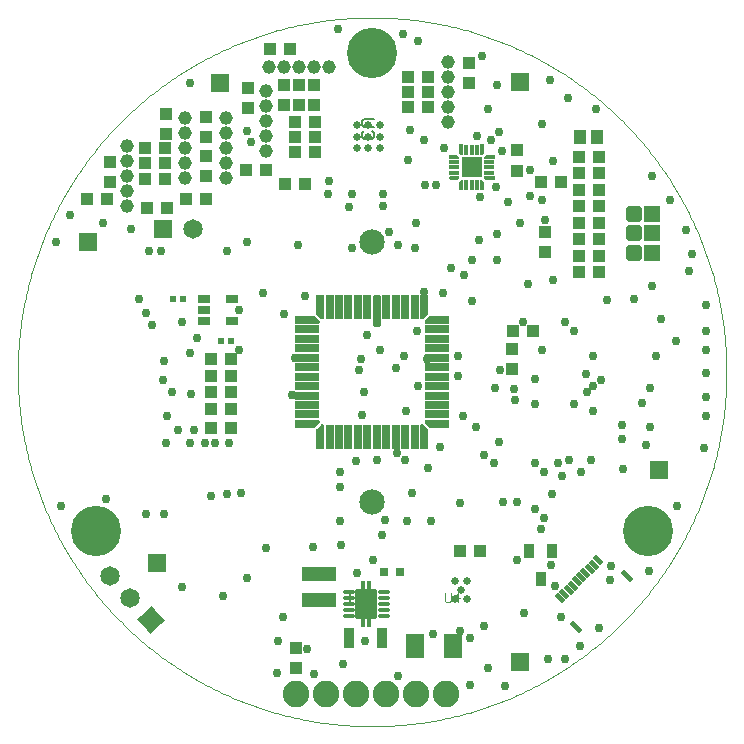
<source format=gbs>
G04*
G04 #@! TF.GenerationSoftware,Altium Limited,Altium Designer,22.4.2 (48)*
G04*
G04 Layer_Color=16711935*
%FSLAX25Y25*%
%MOIN*%
G70*
G04*
G04 #@! TF.SameCoordinates,A5219701-5F61-4D45-AD81-8ED9BC4A77AE*
G04*
G04*
G04 #@! TF.FilePolarity,Negative*
G04*
G01*
G75*
%ADD14C,0.00787*%
%ADD17C,0.00004*%
%ADD18C,0.00700*%
%ADD19C,0.00400*%
%ADD42R,0.03740X0.06693*%
%ADD53R,0.11221X0.04528*%
G04:AMPARAMS|DCode=55|XSize=16.54mil|YSize=38.98mil|CornerRadius=4.74mil|HoleSize=0mil|Usage=FLASHONLY|Rotation=90.000|XOffset=0mil|YOffset=0mil|HoleType=Round|Shape=RoundedRectangle|*
%AMROUNDEDRECTD55*
21,1,0.01654,0.02950,0,0,90.0*
21,1,0.00706,0.03898,0,0,90.0*
1,1,0.00948,0.01475,0.00353*
1,1,0.00948,0.01475,-0.00353*
1,1,0.00948,-0.01475,-0.00353*
1,1,0.00948,-0.01475,0.00353*
%
%ADD55ROUNDEDRECTD55*%
G04:AMPARAMS|DCode=56|XSize=70.47mil|YSize=100mil|CornerRadius=4.71mil|HoleSize=0mil|Usage=FLASHONLY|Rotation=0.000|XOffset=0mil|YOffset=0mil|HoleType=Round|Shape=RoundedRectangle|*
%AMROUNDEDRECTD56*
21,1,0.07047,0.09059,0,0,0.0*
21,1,0.06106,0.10000,0,0,0.0*
1,1,0.00941,0.03053,-0.04530*
1,1,0.00941,-0.03053,-0.04530*
1,1,0.00941,-0.03053,0.04530*
1,1,0.00941,0.03053,0.04530*
%
%ADD56ROUNDEDRECTD56*%
%ADD58R,0.04134X0.04134*%
%ADD62R,0.05906X0.08071*%
%ADD63R,0.04331X0.04724*%
%ADD66R,0.04134X0.04134*%
%ADD68R,0.06496X0.06496*%
%ADD69C,0.08858*%
G04:AMPARAMS|DCode=70|XSize=55.12mil|YSize=55.12mil|CornerRadius=15.26mil|HoleSize=0mil|Usage=FLASHONLY|Rotation=180.000|XOffset=0mil|YOffset=0mil|HoleType=Round|Shape=RoundedRectangle|*
%AMROUNDEDRECTD70*
21,1,0.05512,0.02461,0,0,180.0*
21,1,0.02461,0.05512,0,0,180.0*
1,1,0.03051,-0.01230,0.01230*
1,1,0.03051,0.01230,0.01230*
1,1,0.03051,0.01230,-0.01230*
1,1,0.03051,-0.01230,-0.01230*
%
%ADD70ROUNDEDRECTD70*%
%ADD71R,0.05512X0.05512*%
%ADD72C,0.04600*%
%ADD73R,0.06496X0.06496*%
%ADD74C,0.06496*%
%ADD75P,0.09187X4X178.0*%
%ADD76C,0.16732*%
%ADD77C,0.08465*%
%ADD78C,0.02953*%
%ADD79C,0.02559*%
%ADD105R,0.02423X0.02254*%
%ADD112R,0.02559X0.02756*%
G04:AMPARAMS|DCode=125|XSize=17.72mil|YSize=33.47mil|CornerRadius=0mil|HoleSize=0mil|Usage=FLASHONLY|Rotation=225.000|XOffset=0mil|YOffset=0mil|HoleType=Round|Shape=Rectangle|*
%AMROTATEDRECTD125*
4,1,4,-0.00557,0.01810,0.01810,-0.00557,0.00557,-0.01810,-0.01810,0.00557,-0.00557,0.01810,0.0*
%
%ADD125ROTATEDRECTD125*%

G04:AMPARAMS|DCode=126|XSize=17.72mil|YSize=45.28mil|CornerRadius=0mil|HoleSize=0mil|Usage=FLASHONLY|Rotation=225.000|XOffset=0mil|YOffset=0mil|HoleType=Round|Shape=Rectangle|*
%AMROTATEDRECTD126*
4,1,4,-0.00974,0.02227,0.02227,-0.00974,0.00974,-0.02227,-0.02227,0.00974,-0.00974,0.02227,0.0*
%
%ADD126ROTATEDRECTD126*%

%ADD127R,0.03347X0.04528*%
%ADD128R,0.02559X0.08268*%
%ADD129R,0.02559X0.04528*%
G04:AMPARAMS|DCode=130|XSize=25.59mil|YSize=108.27mil|CornerRadius=0mil|HoleSize=0mil|Usage=FLASHONLY|Rotation=180.000|XOffset=0mil|YOffset=0mil|HoleType=Round|Shape=Octagon|*
%AMOCTAGOND130*
4,1,8,0.00640,-0.05413,-0.00640,-0.05413,-0.01280,-0.04774,-0.01280,0.04774,-0.00640,0.05413,0.00640,0.05413,0.01280,0.04774,0.01280,-0.04774,0.00640,-0.05413,0.0*
%
%ADD130OCTAGOND130*%

%ADD131R,0.08268X0.02559*%
%ADD132R,0.04528X0.02559*%
%ADD133R,0.01378X0.01968*%
%ADD134R,0.07087X0.07087*%
%ADD135R,0.01378X0.03543*%
%ADD136R,0.03543X0.01378*%
%ADD137R,0.01968X0.01378*%
G04:AMPARAMS|DCode=138|XSize=13.78mil|YSize=19.68mil|CornerRadius=0mil|HoleSize=0mil|Usage=FLASHONLY|Rotation=90.000|XOffset=0mil|YOffset=0mil|HoleType=Round|Shape=Octagon|*
%AMOCTAGOND138*
4,1,8,-0.00984,-0.00345,-0.00984,0.00345,-0.00640,0.00689,0.00640,0.00689,0.00984,0.00345,0.00984,-0.00345,0.00640,-0.00689,-0.00640,-0.00689,-0.00984,-0.00345,0.0*
%
%ADD138OCTAGOND138*%

%ADD139R,0.04134X0.03150*%
%ADD140R,0.01693X0.03346*%
%ADD141R,0.01693X0.03347*%
G36*
X121480Y120314D02*
X121503Y120312D01*
X121503Y120312D01*
X121504Y120312D01*
X121527Y120307D01*
X121548Y120301D01*
X121549Y120301D01*
X121549Y120301D01*
X121572Y120291D01*
X121591Y120284D01*
X121591Y120283D01*
X121592Y120283D01*
X121613Y120270D01*
X121631Y120259D01*
X121631Y120259D01*
X121631Y120259D01*
X121651Y120243D01*
X121666Y120229D01*
X121666Y120229D01*
X121667Y120229D01*
X121683Y120209D01*
X121696Y120194D01*
X121696Y120194D01*
X121697Y120193D01*
X121709Y120173D01*
X121721Y120154D01*
X121721Y120154D01*
X121721Y120153D01*
X121729Y120133D01*
X121738Y120111D01*
X121739Y120111D01*
X121739Y120110D01*
X121744Y120088D01*
X121749Y120066D01*
X121749Y120066D01*
X121749Y120065D01*
X121751Y120042D01*
X121753Y120020D01*
X121753Y120019D01*
X121753Y120019D01*
X121733Y112342D01*
X121731Y112319D01*
X121730Y112296D01*
X121730Y112296D01*
X121729Y112295D01*
X121724Y112274D01*
X121719Y112251D01*
X121719Y112251D01*
X121719Y112250D01*
X121710Y112231D01*
X121701Y112208D01*
X121701Y112208D01*
X121701Y112207D01*
X121689Y112189D01*
X121677Y112168D01*
X121676Y112168D01*
X121676Y112168D01*
X121662Y112151D01*
X121646Y112133D01*
X121646Y112133D01*
X121646Y112133D01*
X121628Y112118D01*
X121611Y112103D01*
X121611Y112103D01*
X121610Y112102D01*
X121592Y112091D01*
X121572Y112079D01*
X121571Y112078D01*
X121571Y112078D01*
X121551Y112070D01*
X121528Y112061D01*
X121528Y112061D01*
X121528Y112061D01*
X121506Y112055D01*
X121483Y112050D01*
X121483Y112050D01*
X121483Y112050D01*
X121459Y112048D01*
X121437Y112046D01*
X119488D01*
X119442Y112050D01*
X119397Y112061D01*
X119354Y112079D01*
X119314Y112103D01*
X119279Y112133D01*
X119249Y112168D01*
X119224Y112208D01*
X119207Y112251D01*
X119196Y112296D01*
X119192Y112343D01*
Y118642D01*
X119196Y118688D01*
X119207Y118733D01*
X119224Y118776D01*
X119249Y118816D01*
X119279Y118851D01*
X120657Y120229D01*
X120692Y120259D01*
X120732Y120284D01*
X120744Y120289D01*
X120775Y120301D01*
X120820Y120312D01*
X120866Y120316D01*
X121457D01*
X121457Y120316D01*
X121458Y120316D01*
X121480Y120314D01*
D02*
G37*
G36*
X120066Y121749D02*
X120111Y121738D01*
X120154Y121721D01*
X120194Y121696D01*
X120229Y121666D01*
X120259Y121631D01*
X120284Y121591D01*
X120301Y121548D01*
X120312Y121503D01*
X120316Y121457D01*
Y120866D01*
X120312Y120820D01*
X120301Y120775D01*
X120289Y120744D01*
X120284Y120732D01*
X120259Y120692D01*
X120229Y120657D01*
X118851Y119279D01*
X118816Y119249D01*
X118776Y119224D01*
X118733Y119207D01*
X118688Y119196D01*
X118642Y119192D01*
X112343D01*
X112296Y119196D01*
X112251Y119207D01*
X112208Y119224D01*
X112168Y119249D01*
X112133Y119279D01*
X112103Y119314D01*
X112079Y119354D01*
X112061Y119397D01*
X112050Y119442D01*
X112046Y119488D01*
Y121457D01*
X112050Y121503D01*
X112061Y121548D01*
X112079Y121591D01*
X112103Y121631D01*
X112133Y121666D01*
X112168Y121696D01*
X112208Y121721D01*
X112251Y121738D01*
X112296Y121749D01*
X112343Y121753D01*
X120020D01*
X120066Y121749D01*
D02*
G37*
G36*
X121503Y163541D02*
X121548Y163530D01*
X121591Y163512D01*
X121631Y163488D01*
X121666Y163458D01*
X121696Y163422D01*
X121721Y163382D01*
X121738Y163340D01*
X121749Y163294D01*
X121753Y163248D01*
Y155571D01*
X121749Y155525D01*
X121738Y155479D01*
X121721Y155436D01*
X121696Y155397D01*
X121666Y155361D01*
X121631Y155331D01*
X121591Y155307D01*
X121548Y155289D01*
X121503Y155278D01*
X121457Y155275D01*
X120866D01*
X120820Y155278D01*
X120775Y155289D01*
X120744Y155302D01*
X120732Y155307D01*
X120692Y155331D01*
X120657Y155361D01*
X119279Y156739D01*
X119249Y156775D01*
X119224Y156814D01*
X119207Y156857D01*
X119196Y156903D01*
X119192Y156949D01*
Y163248D01*
X119196Y163294D01*
X119207Y163340D01*
X119224Y163382D01*
X119249Y163422D01*
X119279Y163458D01*
X119314Y163488D01*
X119354Y163512D01*
X119397Y163530D01*
X119442Y163541D01*
X119488Y163544D01*
X121457D01*
X121503Y163541D01*
D02*
G37*
G36*
X118688Y156395D02*
X118733Y156384D01*
X118776Y156366D01*
X118816Y156342D01*
X118851Y156312D01*
X120229Y154934D01*
X120259Y154899D01*
X120284Y154859D01*
X120289Y154846D01*
X120301Y154816D01*
X120312Y154771D01*
X120316Y154724D01*
Y154134D01*
X120316Y154133D01*
X120316Y154133D01*
X120314Y154110D01*
X120312Y154087D01*
X120312Y154087D01*
X120312Y154087D01*
X120307Y154064D01*
X120301Y154042D01*
X120301Y154042D01*
X120301Y154042D01*
X120291Y154018D01*
X120284Y153999D01*
X120283Y153999D01*
X120283Y153999D01*
X120270Y153977D01*
X120259Y153960D01*
X120259Y153960D01*
X120259Y153959D01*
X120243Y153940D01*
X120229Y153924D01*
X120229Y153924D01*
X120229Y153924D01*
X120209Y153907D01*
X120194Y153894D01*
X120194Y153894D01*
X120193Y153894D01*
X120173Y153881D01*
X120154Y153870D01*
X120154Y153870D01*
X120153Y153870D01*
X120133Y153861D01*
X120111Y153852D01*
X120111Y153852D01*
X120110Y153852D01*
X120088Y153847D01*
X120066Y153841D01*
X120066Y153841D01*
X120065Y153841D01*
X120042Y153839D01*
X120020Y153838D01*
X120019Y153838D01*
X120019Y153838D01*
X112342Y153857D01*
X112319Y153859D01*
X112296Y153861D01*
X112296Y153861D01*
X112295Y153861D01*
X112274Y153866D01*
X112251Y153872D01*
X112251Y153872D01*
X112250Y153872D01*
X112231Y153880D01*
X112208Y153890D01*
X112208Y153890D01*
X112207Y153890D01*
X112189Y153901D01*
X112168Y153914D01*
X112168Y153914D01*
X112168Y153914D01*
X112151Y153929D01*
X112133Y153944D01*
X112133Y153944D01*
X112133Y153945D01*
X112118Y153962D01*
X112103Y153979D01*
X112103Y153980D01*
X112102Y153980D01*
X112091Y153999D01*
X112079Y154019D01*
X112078Y154019D01*
X112078Y154020D01*
X112070Y154040D01*
X112061Y154062D01*
X112061Y154062D01*
X112061Y154063D01*
X112055Y154085D01*
X112050Y154107D01*
X112050Y154108D01*
X112050Y154108D01*
X112048Y154131D01*
X112046Y154154D01*
Y156102D01*
X112050Y156149D01*
X112061Y156194D01*
X112079Y156237D01*
X112103Y156277D01*
X112133Y156312D01*
X112168Y156342D01*
X112208Y156366D01*
X112251Y156384D01*
X112296Y156395D01*
X112343Y156399D01*
X118642D01*
X118688Y156395D01*
D02*
G37*
G36*
X163249Y121733D02*
X163272Y121731D01*
X163294Y121730D01*
X163295Y121730D01*
X163295Y121729D01*
X163316Y121724D01*
X163340Y121719D01*
X163340Y121719D01*
X163340Y121719D01*
X163360Y121710D01*
X163382Y121701D01*
X163383Y121701D01*
X163383Y121701D01*
X163402Y121689D01*
X163422Y121677D01*
X163423Y121676D01*
X163423Y121676D01*
X163440Y121662D01*
X163458Y121646D01*
X163458Y121646D01*
X163458Y121646D01*
X163473Y121628D01*
X163488Y121611D01*
X163488Y121611D01*
X163488Y121610D01*
X163500Y121592D01*
X163512Y121572D01*
X163512Y121571D01*
X163512Y121571D01*
X163521Y121551D01*
X163530Y121528D01*
X163530Y121528D01*
X163530Y121528D01*
X163535Y121506D01*
X163541Y121483D01*
X163541Y121483D01*
X163541Y121483D01*
X163542Y121459D01*
X163544Y121437D01*
Y119488D01*
X163541Y119442D01*
X163530Y119397D01*
X163512Y119354D01*
X163488Y119314D01*
X163458Y119279D01*
X163422Y119249D01*
X163382Y119224D01*
X163340Y119207D01*
X163294Y119196D01*
X163248Y119192D01*
X156949D01*
X156903Y119196D01*
X156857Y119207D01*
X156814Y119224D01*
X156775Y119249D01*
X156739Y119279D01*
X155361Y120657D01*
X155331Y120692D01*
X155307Y120732D01*
X155302Y120744D01*
X155289Y120775D01*
X155278Y120820D01*
X155275Y120866D01*
Y121457D01*
X155275Y121457D01*
X155275Y121458D01*
X155277Y121480D01*
X155278Y121503D01*
X155278Y121503D01*
X155278Y121504D01*
X155284Y121527D01*
X155289Y121548D01*
X155289Y121549D01*
X155289Y121549D01*
X155299Y121572D01*
X155307Y121591D01*
X155307Y121591D01*
X155307Y121592D01*
X155320Y121613D01*
X155331Y121631D01*
X155332Y121631D01*
X155332Y121631D01*
X155348Y121651D01*
X155361Y121666D01*
X155362Y121666D01*
X155362Y121667D01*
X155382Y121683D01*
X155397Y121696D01*
X155397Y121696D01*
X155397Y121697D01*
X155418Y121709D01*
X155436Y121721D01*
X155437Y121721D01*
X155437Y121721D01*
X155458Y121729D01*
X155479Y121738D01*
X155480Y121739D01*
X155480Y121739D01*
X155502Y121744D01*
X155525Y121749D01*
X155525Y121749D01*
X155525Y121749D01*
X155549Y121751D01*
X155571Y121753D01*
X155571Y121753D01*
X155572Y121753D01*
X163249Y121733D01*
D02*
G37*
G36*
X154771Y120312D02*
X154816Y120301D01*
X154846Y120289D01*
X154859Y120284D01*
X154899Y120259D01*
X154934Y120229D01*
X156312Y118851D01*
X156342Y118816D01*
X156366Y118776D01*
X156384Y118733D01*
X156395Y118688D01*
X156399Y118642D01*
Y112343D01*
X156395Y112296D01*
X156384Y112251D01*
X156366Y112208D01*
X156342Y112168D01*
X156312Y112133D01*
X156277Y112103D01*
X156237Y112079D01*
X156194Y112061D01*
X156149Y112050D01*
X156102Y112046D01*
X154134D01*
X154087Y112050D01*
X154042Y112061D01*
X153999Y112079D01*
X153960Y112103D01*
X153924Y112133D01*
X153894Y112168D01*
X153870Y112208D01*
X153852Y112251D01*
X153841Y112296D01*
X153838Y112343D01*
Y120020D01*
X153841Y120066D01*
X153852Y120111D01*
X153870Y120154D01*
X153894Y120194D01*
X153924Y120229D01*
X153960Y120259D01*
X153999Y120284D01*
X154042Y120301D01*
X154087Y120312D01*
X154134Y120316D01*
X154724D01*
X154771Y120312D01*
D02*
G37*
G36*
X156149Y163541D02*
X156194Y163530D01*
X156237Y163512D01*
X156277Y163488D01*
X156312Y163458D01*
X156342Y163422D01*
X156366Y163382D01*
X156384Y163340D01*
X156395Y163294D01*
X156399Y163248D01*
Y156949D01*
X156395Y156903D01*
X156384Y156857D01*
X156366Y156814D01*
X156342Y156775D01*
X156312Y156739D01*
X154934Y155361D01*
X154899Y155331D01*
X154859Y155307D01*
X154846Y155302D01*
X154816Y155289D01*
X154771Y155278D01*
X154724Y155275D01*
X154134D01*
X154133Y155275D01*
X154133Y155275D01*
X154110Y155277D01*
X154087Y155278D01*
X154087Y155278D01*
X154087Y155278D01*
X154064Y155284D01*
X154042Y155289D01*
X154042Y155289D01*
X154042Y155289D01*
X154018Y155299D01*
X153999Y155307D01*
X153999Y155307D01*
X153999Y155307D01*
X153977Y155320D01*
X153960Y155331D01*
X153960Y155332D01*
X153959Y155332D01*
X153940Y155348D01*
X153924Y155361D01*
X153924Y155362D01*
X153924Y155362D01*
X153907Y155382D01*
X153894Y155397D01*
X153894Y155397D01*
X153894Y155397D01*
X153881Y155418D01*
X153870Y155436D01*
X153870Y155437D01*
X153870Y155437D01*
X153861Y155458D01*
X153852Y155479D01*
X153852Y155480D01*
X153852Y155480D01*
X153847Y155502D01*
X153841Y155525D01*
X153841Y155525D01*
X153841Y155525D01*
X153839Y155549D01*
X153838Y155571D01*
X153838Y155571D01*
X153838Y155572D01*
X153857Y163249D01*
X153859Y163272D01*
X153861Y163294D01*
X153861Y163295D01*
X153861Y163295D01*
X153866Y163316D01*
X153872Y163340D01*
X153872Y163340D01*
X153872Y163340D01*
X153880Y163360D01*
X153890Y163382D01*
X153890Y163383D01*
X153890Y163383D01*
X153901Y163402D01*
X153914Y163422D01*
X153914Y163423D01*
X153914Y163423D01*
X153929Y163440D01*
X153944Y163458D01*
X153944Y163458D01*
X153945Y163458D01*
X153962Y163473D01*
X153979Y163488D01*
X153980Y163488D01*
X153980Y163488D01*
X153999Y163500D01*
X154019Y163512D01*
X154019Y163512D01*
X154020Y163512D01*
X154040Y163521D01*
X154062Y163530D01*
X154062Y163530D01*
X154063Y163530D01*
X154085Y163535D01*
X154107Y163541D01*
X154108Y163541D01*
X154108Y163541D01*
X154131Y163542D01*
X154154Y163544D01*
X156102D01*
X156149Y163541D01*
D02*
G37*
G36*
X163294Y156395D02*
X163340Y156384D01*
X163382Y156366D01*
X163422Y156342D01*
X163458Y156312D01*
X163488Y156277D01*
X163512Y156237D01*
X163530Y156194D01*
X163541Y156149D01*
X163544Y156102D01*
Y154134D01*
X163541Y154087D01*
X163530Y154042D01*
X163512Y153999D01*
X163488Y153960D01*
X163458Y153924D01*
X163422Y153894D01*
X163382Y153870D01*
X163340Y153852D01*
X163294Y153841D01*
X163248Y153838D01*
X155571D01*
X155525Y153841D01*
X155479Y153852D01*
X155436Y153870D01*
X155397Y153894D01*
X155361Y153924D01*
X155331Y153960D01*
X155307Y153999D01*
X155289Y154042D01*
X155278Y154087D01*
X155275Y154134D01*
Y154724D01*
X155278Y154771D01*
X155289Y154816D01*
X155302Y154846D01*
X155307Y154859D01*
X155331Y154899D01*
X155361Y154934D01*
X156739Y156312D01*
X156775Y156342D01*
X156814Y156366D01*
X156857Y156384D01*
X156903Y156395D01*
X156949Y156399D01*
X163248D01*
X163294Y156395D01*
D02*
G37*
G36*
X166708Y203143D02*
X166745Y203132D01*
X166779Y203113D01*
X166809Y203089D01*
X166834Y203059D01*
X166852Y203025D01*
X166863Y202987D01*
X166867Y202949D01*
Y202654D01*
X166867Y202654D01*
X166865Y202634D01*
X166863Y202615D01*
X166855Y202587D01*
X166852Y202578D01*
X166834Y202544D01*
X166822Y202529D01*
X166809Y202514D01*
X166809Y202514D01*
X166120Y201825D01*
X166120Y201825D01*
X166107Y201814D01*
X166090Y201800D01*
X166056Y201782D01*
X166019Y201771D01*
X166015Y201770D01*
X165980Y201767D01*
X165980Y201767D01*
X163913D01*
X163875Y201771D01*
X163838Y201782D01*
X163804Y201800D01*
X163774Y201825D01*
X163749Y201855D01*
X163731Y201889D01*
X163719Y201926D01*
X163716Y201965D01*
Y202949D01*
X163719Y202987D01*
X163731Y203025D01*
X163749Y203059D01*
X163774Y203089D01*
X163804Y203113D01*
X163838Y203132D01*
X163875Y203143D01*
X163913Y203147D01*
X166669D01*
X166708Y203143D01*
D02*
G37*
G36*
X167654Y201867D02*
X167949D01*
X167987Y201863D01*
X168025Y201852D01*
X168059Y201834D01*
X168089Y201809D01*
X168113Y201779D01*
X168132Y201745D01*
X168143Y201708D01*
X168147Y201669D01*
Y198520D01*
X168143Y198481D01*
X168132Y198444D01*
X168113Y198410D01*
X168089Y198380D01*
X168059Y198355D01*
X168025Y198337D01*
X167987Y198326D01*
X167949Y198322D01*
X166965D01*
X166926Y198326D01*
X166889Y198337D01*
X166855Y198355D01*
X166825Y198380D01*
X166800Y198410D01*
X166782Y198444D01*
X166771Y198481D01*
X166767Y198520D01*
Y200980D01*
X166767Y200980D01*
X166770Y201015D01*
X166771Y201019D01*
X166782Y201056D01*
X166800Y201090D01*
X166814Y201107D01*
X166825Y201120D01*
X166825Y201120D01*
X167514Y201809D01*
X167514Y201809D01*
X167529Y201821D01*
X167544Y201834D01*
X167578Y201852D01*
X167587Y201855D01*
X167615Y201863D01*
X167634Y201865D01*
X167654Y201867D01*
X167654Y201867D01*
D02*
G37*
G36*
X167987Y213674D02*
X168025Y213663D01*
X168059Y213645D01*
X168089Y213620D01*
X168113Y213590D01*
X168132Y213556D01*
X168143Y213519D01*
X168147Y213480D01*
Y210331D01*
X168143Y210292D01*
X168132Y210255D01*
X168113Y210221D01*
X168089Y210191D01*
X168059Y210166D01*
X168025Y210148D01*
X167987Y210137D01*
X167949Y210133D01*
X167654D01*
X167654Y210133D01*
X167634Y210135D01*
X167615Y210137D01*
X167587Y210145D01*
X167578Y210148D01*
X167544Y210166D01*
X167529Y210178D01*
X167514Y210191D01*
X167514Y210191D01*
X166825Y210880D01*
X166825Y210880D01*
X166814Y210893D01*
X166800Y210910D01*
X166782Y210944D01*
X166771Y210981D01*
X166770Y210985D01*
X166767Y211020D01*
X166767Y211020D01*
Y213480D01*
X166771Y213519D01*
X166782Y213556D01*
X166800Y213590D01*
X166825Y213620D01*
X166855Y213645D01*
X166889Y213663D01*
X166926Y213674D01*
X166965Y213678D01*
X167949D01*
X167987Y213674D01*
D02*
G37*
G36*
X166015Y210230D02*
X166019Y210229D01*
X166056Y210218D01*
X166090Y210200D01*
X166107Y210186D01*
X166120Y210175D01*
X166120Y210175D01*
X166809Y209486D01*
X166809Y209486D01*
X166822Y209471D01*
X166834Y209456D01*
X166852Y209422D01*
X166855Y209414D01*
X166863Y209385D01*
X166865Y209366D01*
X166867Y209347D01*
X166867Y209346D01*
Y209051D01*
X166863Y209013D01*
X166852Y208976D01*
X166834Y208941D01*
X166809Y208911D01*
X166779Y208887D01*
X166745Y208868D01*
X166708Y208857D01*
X166669Y208853D01*
X163520D01*
X163481Y208857D01*
X163444Y208868D01*
X163410Y208887D01*
X163380Y208911D01*
X163355Y208941D01*
X163337Y208976D01*
X163326Y209013D01*
X163322Y209051D01*
Y210035D01*
X163326Y210074D01*
X163337Y210111D01*
X163355Y210145D01*
X163380Y210175D01*
X163410Y210200D01*
X163444Y210218D01*
X163481Y210229D01*
X163520Y210233D01*
X165980D01*
X165980Y210233D01*
X166015Y210230D01*
D02*
G37*
G36*
X178519Y203143D02*
X178556Y203132D01*
X178590Y203113D01*
X178620Y203089D01*
X178645Y203059D01*
X178663Y203025D01*
X178674Y202987D01*
X178678Y202949D01*
Y201965D01*
X178674Y201926D01*
X178663Y201889D01*
X178645Y201855D01*
X178620Y201825D01*
X178590Y201800D01*
X178556Y201782D01*
X178519Y201771D01*
X178480Y201767D01*
X176020D01*
X176020Y201767D01*
X175985Y201770D01*
X175981Y201771D01*
X175944Y201782D01*
X175910Y201800D01*
X175893Y201814D01*
X175880Y201825D01*
X175880Y201825D01*
X175191Y202514D01*
X175191Y202514D01*
X175179Y202529D01*
X175166Y202544D01*
X175148Y202578D01*
X175145Y202587D01*
X175137Y202615D01*
X175135Y202634D01*
X175133Y202654D01*
X175133Y202654D01*
Y202949D01*
X175137Y202987D01*
X175148Y203025D01*
X175166Y203059D01*
X175191Y203089D01*
X175221Y203113D01*
X175255Y203132D01*
X175292Y203143D01*
X175331Y203147D01*
X178480D01*
X178519Y203143D01*
D02*
G37*
G36*
X174366Y201865D02*
X174385Y201863D01*
X174414Y201855D01*
X174422Y201852D01*
X174456Y201834D01*
X174471Y201821D01*
X174486Y201809D01*
X174486Y201809D01*
X175175Y201120D01*
X175175Y201120D01*
X175186Y201107D01*
X175200Y201090D01*
X175218Y201056D01*
X175229Y201019D01*
X175230Y201015D01*
X175233Y200980D01*
X175233Y200980D01*
Y198520D01*
X175229Y198481D01*
X175218Y198444D01*
X175200Y198410D01*
X175175Y198380D01*
X175145Y198355D01*
X175111Y198337D01*
X175074Y198326D01*
X175035Y198322D01*
X174051D01*
X174013Y198326D01*
X173976Y198337D01*
X173941Y198355D01*
X173911Y198380D01*
X173887Y198410D01*
X173868Y198444D01*
X173857Y198481D01*
X173853Y198520D01*
Y201669D01*
X173857Y201708D01*
X173868Y201745D01*
X173887Y201779D01*
X173911Y201809D01*
X173941Y201834D01*
X173976Y201852D01*
X174013Y201863D01*
X174051Y201867D01*
X174346D01*
X174346Y201867D01*
X174366Y201865D01*
D02*
G37*
G36*
X175074Y213674D02*
X175111Y213663D01*
X175145Y213645D01*
X175175Y213620D01*
X175200Y213590D01*
X175218Y213556D01*
X175229Y213519D01*
X175233Y213480D01*
Y211020D01*
X175233Y211020D01*
X175230Y210985D01*
X175229Y210981D01*
X175218Y210944D01*
X175200Y210910D01*
X175186Y210893D01*
X175175Y210880D01*
X175175Y210880D01*
X174486Y210191D01*
X174486Y210191D01*
X174471Y210178D01*
X174456Y210166D01*
X174422Y210148D01*
X174414Y210145D01*
X174385Y210137D01*
X174366Y210135D01*
X174346Y210133D01*
X174346Y210133D01*
X174051D01*
X174013Y210137D01*
X173976Y210148D01*
X173941Y210166D01*
X173911Y210191D01*
X173887Y210221D01*
X173868Y210255D01*
X173857Y210292D01*
X173853Y210331D01*
Y213480D01*
X173857Y213519D01*
X173868Y213556D01*
X173887Y213590D01*
X173911Y213620D01*
X173941Y213645D01*
X173976Y213663D01*
X174013Y213674D01*
X174051Y213678D01*
X175035D01*
X175074Y213674D01*
D02*
G37*
G36*
X176020Y210233D02*
X178480D01*
X178519Y210229D01*
X178556Y210218D01*
X178590Y210200D01*
X178620Y210175D01*
X178645Y210145D01*
X178663Y210111D01*
X178674Y210074D01*
X178678Y210035D01*
Y209051D01*
X178674Y209013D01*
X178663Y208976D01*
X178645Y208941D01*
X178620Y208911D01*
X178590Y208887D01*
X178556Y208868D01*
X178519Y208857D01*
X178480Y208853D01*
X175331D01*
X175292Y208857D01*
X175255Y208868D01*
X175221Y208887D01*
X175191Y208911D01*
X175166Y208941D01*
X175148Y208976D01*
X175137Y209013D01*
X175133Y209051D01*
Y209346D01*
X175133Y209347D01*
X175135Y209366D01*
X175137Y209385D01*
X175145Y209414D01*
X175148Y209422D01*
X175166Y209456D01*
X175179Y209471D01*
X175191Y209486D01*
X175191Y209486D01*
X175880Y210175D01*
X175880Y210175D01*
X175893Y210186D01*
X175910Y210200D01*
X175944Y210218D01*
X175981Y210229D01*
X175985Y210230D01*
X176020Y210233D01*
X176020Y210233D01*
D02*
G37*
D14*
X130307Y60501D02*
Y63781D01*
X130963Y64437D01*
X132275D01*
X132931Y63781D01*
Y60501D01*
X134243Y64437D02*
X135555D01*
X134899D01*
Y60501D01*
X134243Y61157D01*
D17*
X137795Y19685D02*
X138793Y19689D01*
X139790Y19702D01*
X140787Y19723D01*
X141784Y19752D01*
X142781Y19790D01*
X143777Y19837D01*
X144773Y19891D01*
X145769Y19954D01*
X146764Y20026D01*
X147758Y20106D01*
X148751Y20194D01*
X149744Y20291D01*
X150736Y20396D01*
X151727Y20509D01*
X152717Y20631D01*
X153706Y20762D01*
X154693Y20900D01*
X155680Y21047D01*
X156665Y21202D01*
X157649Y21366D01*
X158632Y21538D01*
X159613Y21718D01*
X160592Y21906D01*
X161570Y22103D01*
X162546Y22308D01*
X163521Y22521D01*
X164493Y22742D01*
X165464Y22972D01*
X166432Y23209D01*
X167399Y23455D01*
X168364Y23709D01*
X169326Y23971D01*
X170286Y24242D01*
X171244Y24520D01*
X172199Y24807D01*
X173152Y25101D01*
X174102Y25404D01*
X175050Y25715D01*
X175996Y26033D01*
X176938Y26360D01*
X177878Y26694D01*
X178814Y27037D01*
X179748Y27387D01*
X180679Y27745D01*
X181607Y28111D01*
X182532Y28485D01*
X183453Y28867D01*
X184371Y29256D01*
X185286Y29654D01*
X186198Y30059D01*
X187106Y30471D01*
X188011Y30891D01*
X188911Y31319D01*
X189809Y31755D01*
X190702Y32198D01*
X191592Y32648D01*
X192478Y33106D01*
X193360Y33572D01*
X194239Y34045D01*
X195113Y34525D01*
X195983Y35013D01*
X196849Y35508D01*
X197710Y36010D01*
X198568Y36520D01*
X199421Y37037D01*
X200270Y37561D01*
X201114Y38092D01*
X201954Y38630D01*
X202789Y39175D01*
X203619Y39728D01*
X204445Y40287D01*
X205266Y40854D01*
X206082Y41427D01*
X206894Y42007D01*
X207700Y42594D01*
X208502Y43187D01*
X209298Y43788D01*
X210089Y44395D01*
X210876Y45009D01*
X211656Y45629D01*
X212432Y46256D01*
X213203Y46890D01*
X213967Y47530D01*
X214727Y48177D01*
X215481Y48829D01*
X216230Y49489D01*
X216973Y50154D01*
X217710Y50826D01*
X218442Y51504D01*
X219167Y52188D01*
X219887Y52878D01*
X220602Y53574D01*
X221310Y54277D01*
X222012Y54985D01*
X222709Y55699D01*
X223399Y56419D01*
X224083Y57145D01*
X224761Y57876D01*
X225433Y58614D01*
X226098Y59357D01*
X226758Y60105D01*
X227410Y60859D01*
X228057Y61619D01*
X228697Y62384D01*
X229330Y63154D01*
X229958Y63930D01*
X230578Y64711D01*
X231192Y65497D01*
X231799Y66288D01*
X232400Y67084D01*
X232994Y67886D01*
X233580Y68692D01*
X234161Y69504D01*
X234734Y70320D01*
X235300Y71141D01*
X235860Y71967D01*
X236412Y72797D01*
X236957Y73632D01*
X237496Y74472D01*
X238027Y75316D01*
X238551Y76165D01*
X239068Y77018D01*
X239578Y77875D01*
X240080Y78737D01*
X240575Y79603D01*
X241063Y80473D01*
X241543Y81347D01*
X242016Y82225D01*
X242482Y83107D01*
X242940Y83993D01*
X243390Y84883D01*
X243833Y85777D01*
X244269Y86674D01*
X244697Y87575D01*
X245117Y88480D01*
X245530Y89388D01*
X245935Y90299D01*
X246332Y91214D01*
X246722Y92132D01*
X247103Y93054D01*
X247477Y93978D01*
X247843Y94906D01*
X248201Y95837D01*
X248552Y96771D01*
X248894Y97708D01*
X249229Y98647D01*
X249556Y99590D01*
X249874Y100535D01*
X250185Y101483D01*
X250487Y102433D01*
X250782Y103386D01*
X251069Y104341D01*
X251347Y105299D01*
X251618Y106259D01*
X251880Y107221D01*
X252134Y108186D01*
X252380Y109153D01*
X252618Y110121D01*
X252847Y111092D01*
X253069Y112065D01*
X253282Y113039D01*
X253487Y114015D01*
X253683Y114993D01*
X253872Y115972D01*
X254052Y116953D01*
X254224Y117936D01*
X254387Y118920D01*
X254543Y119905D01*
X254690Y120892D01*
X254828Y121879D01*
X254959Y122868D01*
X255080Y123858D01*
X255194Y124849D01*
X255299Y125841D01*
X255396Y126834D01*
X255484Y127827D01*
X255564Y128821D01*
X255636Y129816D01*
X255699Y130812D01*
X255754Y131808D01*
X255800Y132804D01*
X255838Y133801D01*
X255868Y134798D01*
X255889Y135795D01*
X255901Y136792D01*
X255906Y137790D01*
Y137795D01*
X255901Y138793D01*
X255889Y139790D01*
X255868Y140787D01*
X255838Y141784D01*
X255800Y142781D01*
X255754Y143778D01*
X255699Y144773D01*
X255636Y145769D01*
X255564Y146764D01*
X255485Y147758D01*
X255396Y148751D01*
X255299Y149744D01*
X255194Y150736D01*
X255081Y151727D01*
X254959Y152717D01*
X254829Y153706D01*
X254690Y154694D01*
X254543Y155680D01*
X254388Y156666D01*
X254225Y157650D01*
X254053Y158632D01*
X253873Y159613D01*
X253684Y160593D01*
X253488Y161571D01*
X253283Y162547D01*
X253070Y163521D01*
X252848Y164494D01*
X252619Y165464D01*
X252381Y166433D01*
X252135Y167400D01*
X251881Y168365D01*
X251619Y169327D01*
X251348Y170287D01*
X251070Y171245D01*
X250783Y172200D01*
X250489Y173153D01*
X250186Y174104D01*
X249876Y175051D01*
X249557Y175997D01*
X249230Y176939D01*
X248896Y177879D01*
X248553Y178816D01*
X248203Y179750D01*
X247845Y180680D01*
X247479Y181608D01*
X247105Y182533D01*
X246723Y183455D01*
X246334Y184373D01*
X245936Y185288D01*
X245532Y186199D01*
X245119Y187107D01*
X244699Y188012D01*
X244271Y188913D01*
X243835Y189810D01*
X243392Y190704D01*
X242942Y191594D01*
X242483Y192480D01*
X242018Y193362D01*
X241545Y194240D01*
X241065Y195114D01*
X240577Y195984D01*
X240082Y196850D01*
X239579Y197712D01*
X239070Y198570D01*
X238553Y199423D01*
X238029Y200271D01*
X237498Y201116D01*
X236959Y201955D01*
X236414Y202790D01*
X235862Y203621D01*
X235302Y204447D01*
X234736Y205268D01*
X234163Y206084D01*
X233582Y206896D01*
X232996Y207702D01*
X232402Y208504D01*
X231801Y209300D01*
X231194Y210091D01*
X230580Y210877D01*
X229960Y211658D01*
X229332Y212434D01*
X228699Y213205D01*
X228059Y213969D01*
X227412Y214729D01*
X226760Y215483D01*
X226100Y216232D01*
X225435Y216975D01*
X224763Y217712D01*
X224085Y218443D01*
X223401Y219169D01*
X222710Y219889D01*
X222014Y220604D01*
X221312Y221312D01*
X220603Y222014D01*
X219889Y222710D01*
X219169Y223401D01*
X218443Y224085D01*
X217712Y224763D01*
X216975Y225435D01*
X216232Y226100D01*
X215483Y226760D01*
X214729Y227412D01*
X213969Y228059D01*
X213204Y228699D01*
X212434Y229333D01*
X211658Y229960D01*
X210877Y230580D01*
X210091Y231194D01*
X209300Y231801D01*
X208504Y232402D01*
X207702Y232996D01*
X206895Y233582D01*
X206084Y234163D01*
X205268Y234736D01*
X204447Y235302D01*
X203621Y235862D01*
X202790Y236414D01*
X201955Y236959D01*
X201115Y237498D01*
X200271Y238029D01*
X199423Y238553D01*
X198570Y239070D01*
X197712Y239579D01*
X196850Y240082D01*
X195984Y240577D01*
X195114Y241065D01*
X194240Y241545D01*
X193362Y242018D01*
X192480Y242483D01*
X191594Y242942D01*
X190704Y243392D01*
X189810Y243835D01*
X188913Y244271D01*
X188012Y244699D01*
X187107Y245119D01*
X186199Y245532D01*
X185288Y245936D01*
X184373Y246334D01*
X183454Y246723D01*
X182533Y247105D01*
X181608Y247479D01*
X180680Y247845D01*
X179749Y248203D01*
X178815Y248553D01*
X177879Y248896D01*
X176939Y249231D01*
X175996Y249557D01*
X175051Y249876D01*
X174103Y250186D01*
X173153Y250489D01*
X172200Y250783D01*
X171245Y251070D01*
X170287Y251348D01*
X169327Y251619D01*
X168364Y251881D01*
X167400Y252135D01*
X166433Y252381D01*
X165464Y252619D01*
X164494Y252848D01*
X163521Y253070D01*
X162547Y253283D01*
X161571Y253488D01*
X160593Y253684D01*
X159613Y253873D01*
X158632Y254053D01*
X157650Y254225D01*
X156666Y254388D01*
X155680Y254543D01*
X154694Y254690D01*
X153706Y254829D01*
X152717Y254959D01*
X151727Y255081D01*
X150736Y255194D01*
X149744Y255299D01*
X148751Y255396D01*
X147758Y255485D01*
X146764Y255564D01*
X145769Y255636D01*
X144773Y255699D01*
X143777Y255754D01*
X142781Y255800D01*
X141784Y255838D01*
X140787Y255868D01*
X139790Y255889D01*
X138793Y255901D01*
X137795Y255906D01*
X136798Y255901D01*
X135801Y255889D01*
X134803Y255868D01*
X133806Y255838D01*
X132809Y255800D01*
X131813Y255754D01*
X130817Y255699D01*
X129822Y255636D01*
X128827Y255564D01*
X127832Y255485D01*
X126839Y255396D01*
X125846Y255299D01*
X124854Y255194D01*
X123863Y255081D01*
X122873Y254959D01*
X121885Y254829D01*
X120897Y254690D01*
X119910Y254543D01*
X118925Y254388D01*
X117941Y254225D01*
X116958Y254053D01*
X115977Y253873D01*
X114998Y253684D01*
X114020Y253488D01*
X113044Y253283D01*
X112069Y253070D01*
X111097Y252848D01*
X110126Y252619D01*
X109157Y252381D01*
X108191Y252135D01*
X107226Y251881D01*
X106264Y251619D01*
X105304Y251348D01*
X104346Y251070D01*
X103390Y250783D01*
X102437Y250489D01*
X101487Y250186D01*
X100539Y249876D01*
X99594Y249557D01*
X98651Y249230D01*
X97712Y248896D01*
X96775Y248553D01*
X95841Y248203D01*
X94910Y247845D01*
X93982Y247479D01*
X93058Y247105D01*
X92136Y246723D01*
X91218Y246334D01*
X90303Y245936D01*
X89391Y245531D01*
X88483Y245119D01*
X87578Y244699D01*
X86677Y244271D01*
X85780Y243835D01*
X84886Y243392D01*
X83997Y242941D01*
X83111Y242483D01*
X82228Y242018D01*
X81350Y241545D01*
X80476Y241065D01*
X79606Y240577D01*
X78740Y240082D01*
X77878Y239579D01*
X77021Y239070D01*
X76168Y238553D01*
X75319Y238029D01*
X74475Y237498D01*
X73635Y236959D01*
X72800Y236414D01*
X71969Y235862D01*
X71144Y235302D01*
X70323Y234736D01*
X69506Y234162D01*
X68695Y233582D01*
X67888Y232995D01*
X67087Y232402D01*
X66291Y231801D01*
X65499Y231194D01*
X64713Y230580D01*
X63932Y229960D01*
X63156Y229332D01*
X62386Y228699D01*
X61621Y228059D01*
X60861Y227412D01*
X60107Y226759D01*
X59359Y226100D01*
X58616Y225435D01*
X57879Y224763D01*
X57147Y224085D01*
X56421Y223401D01*
X55701Y222710D01*
X54987Y222014D01*
X54279Y221312D01*
X53576Y220603D01*
X52880Y219889D01*
X52190Y219169D01*
X51506Y218443D01*
X50828Y217712D01*
X50156Y216974D01*
X49490Y216232D01*
X48831Y215483D01*
X48178Y214729D01*
X47532Y213969D01*
X46891Y213204D01*
X46258Y212434D01*
X45631Y211658D01*
X45010Y210877D01*
X44396Y210091D01*
X43789Y209300D01*
X43189Y208503D01*
X42595Y207702D01*
X42008Y206895D01*
X41428Y206084D01*
X40855Y205268D01*
X40288Y204447D01*
X39729Y203621D01*
X39176Y202790D01*
X38631Y201955D01*
X38093Y201115D01*
X37562Y200271D01*
X37038Y199423D01*
X36521Y198569D01*
X36011Y197712D01*
X35509Y196850D01*
X35014Y195984D01*
X34526Y195114D01*
X34045Y194240D01*
X33573Y193362D01*
X33107Y192480D01*
X32649Y191594D01*
X32198Y190704D01*
X31755Y189810D01*
X31320Y188913D01*
X30892Y188012D01*
X30472Y187107D01*
X30059Y186199D01*
X29654Y185288D01*
X29257Y184373D01*
X28867Y183454D01*
X28486Y182533D01*
X28112Y181608D01*
X27746Y180680D01*
X27387Y179749D01*
X27037Y178815D01*
X26695Y177879D01*
X26360Y176939D01*
X26033Y175996D01*
X25715Y175051D01*
X25404Y174103D01*
X25102Y173153D01*
X24807Y172200D01*
X24521Y171245D01*
X24242Y170287D01*
X23972Y169327D01*
X23709Y168364D01*
X23455Y167400D01*
X23210Y166433D01*
X22972Y165464D01*
X22742Y164494D01*
X22521Y163521D01*
X22308Y162547D01*
X22103Y161571D01*
X21906Y160593D01*
X21718Y159613D01*
X21538Y158632D01*
X21366Y157650D01*
X21202Y156666D01*
X21047Y155680D01*
X20900Y154694D01*
X20762Y153706D01*
X20631Y152717D01*
X20510Y151727D01*
X20396Y150736D01*
X20291Y149744D01*
X20194Y148751D01*
X20106Y147758D01*
X20026Y146764D01*
X19954Y145769D01*
X19891Y144773D01*
X19837Y143777D01*
X19790Y142781D01*
X19752Y141784D01*
X19723Y140787D01*
X19702Y139790D01*
X19689Y138793D01*
X19685Y137795D01*
X19689Y136798D01*
X19702Y135801D01*
X19723Y134803D01*
X19752Y133806D01*
X19790Y132809D01*
X19837Y131813D01*
X19891Y130817D01*
X19954Y129822D01*
X20026Y128827D01*
X20106Y127832D01*
X20194Y126839D01*
X20291Y125846D01*
X20396Y124854D01*
X20510Y123863D01*
X20631Y122873D01*
X20762Y121885D01*
X20900Y120897D01*
X21047Y119910D01*
X21202Y118925D01*
X21366Y117941D01*
X21538Y116958D01*
X21718Y115977D01*
X21906Y114998D01*
X22103Y114020D01*
X22308Y113044D01*
X22521Y112069D01*
X22742Y111097D01*
X22972Y110126D01*
X23210Y109157D01*
X23456Y108191D01*
X23710Y107226D01*
X23972Y106264D01*
X24242Y105304D01*
X24521Y104346D01*
X24807Y103390D01*
X25102Y102437D01*
X25404Y101487D01*
X25715Y100539D01*
X26034Y99594D01*
X26360Y98651D01*
X26695Y97712D01*
X27037Y96775D01*
X27387Y95841D01*
X27746Y94910D01*
X28112Y93982D01*
X28486Y93058D01*
X28868Y92136D01*
X29257Y91218D01*
X29654Y90303D01*
X30059Y89391D01*
X30472Y88483D01*
X30892Y87578D01*
X31320Y86677D01*
X31755Y85780D01*
X32199Y84886D01*
X32649Y83997D01*
X33107Y83111D01*
X33573Y82228D01*
X34046Y81350D01*
X34526Y80476D01*
X35014Y79606D01*
X35509Y78740D01*
X36011Y77878D01*
X36521Y77021D01*
X37038Y76168D01*
X37562Y75319D01*
X38093Y74475D01*
X38631Y73635D01*
X39177Y72800D01*
X39729Y71969D01*
X40288Y71144D01*
X40855Y70323D01*
X41428Y69506D01*
X42008Y68695D01*
X42595Y67888D01*
X43189Y67087D01*
X43789Y66291D01*
X44397Y65499D01*
X45011Y64713D01*
X45631Y63932D01*
X46258Y63156D01*
X46892Y62386D01*
X47532Y61621D01*
X48178Y60861D01*
X48831Y60107D01*
X49490Y59359D01*
X50156Y58616D01*
X50828Y57879D01*
X51506Y57147D01*
X52190Y56421D01*
X52880Y55701D01*
X53576Y54987D01*
X54279Y54279D01*
X54987Y53576D01*
X55701Y52880D01*
X56421Y52190D01*
X57147Y51506D01*
X57879Y50828D01*
X58616Y50156D01*
X59359Y49490D01*
X60107Y48831D01*
X60862Y48178D01*
X61621Y47532D01*
X62386Y46891D01*
X63156Y46258D01*
X63932Y45631D01*
X64713Y45010D01*
X65499Y44396D01*
X66291Y43789D01*
X67087Y43189D01*
X67889Y42595D01*
X68695Y42008D01*
X69507Y41428D01*
X70323Y40855D01*
X71144Y40288D01*
X71970Y39729D01*
X72800Y39176D01*
X73635Y38631D01*
X74475Y38093D01*
X75319Y37562D01*
X76168Y37038D01*
X77021Y36521D01*
X77879Y36011D01*
X78740Y35509D01*
X79606Y35014D01*
X80476Y34526D01*
X81350Y34045D01*
X82229Y33573D01*
X83111Y33107D01*
X83997Y32649D01*
X84887Y32198D01*
X85780Y31755D01*
X86678Y31320D01*
X87579Y30892D01*
X88483Y30472D01*
X89391Y30059D01*
X90303Y29654D01*
X91218Y29257D01*
X92136Y28867D01*
X93058Y28486D01*
X93982Y28112D01*
X94910Y27746D01*
X95841Y27387D01*
X96775Y27037D01*
X97712Y26695D01*
X98652Y26360D01*
X99594Y26033D01*
X100539Y25715D01*
X101487Y25404D01*
X102438Y25102D01*
X103391Y24807D01*
X104346Y24521D01*
X105304Y24242D01*
X106264Y23972D01*
X107226Y23709D01*
X108191Y23455D01*
X109158Y23210D01*
X110126Y22972D01*
X111097Y22742D01*
X112069Y22521D01*
X113044Y22308D01*
X114020Y22103D01*
X114998Y21906D01*
X115977Y21718D01*
X116958Y21538D01*
X117941Y21366D01*
X118925Y21202D01*
X119910Y21047D01*
X120896Y20900D01*
X121884Y20762D01*
X122873Y20631D01*
X123863Y20510D01*
X124854Y20396D01*
X125846Y20291D01*
X126839Y20194D01*
X127832Y20106D01*
X128826Y20026D01*
X129821Y19954D01*
X130817Y19891D01*
X131813Y19837D01*
X132809Y19790D01*
X133806Y19752D01*
X134803Y19723D01*
X135800Y19702D01*
X136797Y19689D01*
X137795Y19685D01*
D18*
X138577Y222244D02*
X135245D01*
X134579Y221578D01*
Y220245D01*
X135245Y219578D01*
X138577D01*
X137911Y218245D02*
X138577Y217579D01*
Y216246D01*
X137911Y215580D01*
X137244D01*
X136578Y216246D01*
Y216913D01*
Y216246D01*
X135912Y215580D01*
X135245D01*
X134579Y216246D01*
Y217579D01*
X135245Y218245D01*
D19*
X162067Y64042D02*
Y61543D01*
X162567Y61043D01*
X163566D01*
X164066Y61543D01*
Y64042D01*
X166565Y61043D02*
Y64042D01*
X165066Y62543D01*
X167065D01*
D42*
X141012Y49000D02*
D03*
X129988D02*
D03*
D53*
X120000Y61669D02*
D03*
Y70331D02*
D03*
D55*
X130000Y56500D02*
D03*
Y58468D02*
D03*
Y60437D02*
D03*
Y62406D02*
D03*
Y64374D02*
D03*
X141614D02*
D03*
Y62406D02*
D03*
Y60437D02*
D03*
Y58468D02*
D03*
Y56500D02*
D03*
D56*
X135807Y60437D02*
D03*
D58*
X103654Y245500D02*
D03*
X110346D02*
D03*
X90846Y136500D02*
D03*
X84154D02*
D03*
X206654Y182000D02*
D03*
X213346D02*
D03*
X206654Y176500D02*
D03*
X213346D02*
D03*
X206654Y187500D02*
D03*
X213346D02*
D03*
X206654Y193000D02*
D03*
X213346D02*
D03*
X206654Y198500D02*
D03*
X213346D02*
D03*
X156346Y226000D02*
D03*
X149654D02*
D03*
X200846Y201000D02*
D03*
X194154D02*
D03*
X213346Y171000D02*
D03*
X206654D02*
D03*
X84154Y142000D02*
D03*
X90846D02*
D03*
X213346Y204000D02*
D03*
X206654D02*
D03*
X84154Y125500D02*
D03*
X90846D02*
D03*
X84154Y131000D02*
D03*
X90846D02*
D03*
X156346Y231000D02*
D03*
X149654D02*
D03*
X156346Y236000D02*
D03*
X149654D02*
D03*
X213346Y209500D02*
D03*
X206654D02*
D03*
X112004Y221000D02*
D03*
X118697D02*
D03*
X112004Y216000D02*
D03*
X118697D02*
D03*
X95654Y205000D02*
D03*
X102346D02*
D03*
X68846Y212500D02*
D03*
X62154D02*
D03*
X68846Y207500D02*
D03*
X62154D02*
D03*
Y202000D02*
D03*
X68846D02*
D03*
X49346Y195500D02*
D03*
X42654D02*
D03*
X184654Y151500D02*
D03*
X191346D02*
D03*
X90846Y119000D02*
D03*
X84154D02*
D03*
X167154Y78000D02*
D03*
X173846D02*
D03*
X112004Y211000D02*
D03*
X118697D02*
D03*
X108654Y200500D02*
D03*
X115346D02*
D03*
X75654Y195500D02*
D03*
X82346D02*
D03*
X62654Y192500D02*
D03*
X69346D02*
D03*
D62*
X152201Y46500D02*
D03*
X164799D02*
D03*
D63*
X207146Y216000D02*
D03*
X212854D02*
D03*
D66*
X112500Y45846D02*
D03*
Y39154D02*
D03*
X195500Y177654D02*
D03*
Y184346D02*
D03*
X186000Y211610D02*
D03*
Y204917D02*
D03*
X108500Y226654D02*
D03*
Y233346D02*
D03*
X96500Y232346D02*
D03*
Y225654D02*
D03*
X118500Y233346D02*
D03*
Y226654D02*
D03*
X113500Y233346D02*
D03*
Y226654D02*
D03*
X82500Y216154D02*
D03*
Y222846D02*
D03*
Y209846D02*
D03*
Y203154D02*
D03*
X69000Y217154D02*
D03*
Y223846D02*
D03*
X50500Y207846D02*
D03*
Y201154D02*
D03*
X184500Y145346D02*
D03*
Y138654D02*
D03*
X170000Y240846D02*
D03*
Y234154D02*
D03*
D68*
X66000Y74000D02*
D03*
X187000Y41000D02*
D03*
D69*
X112480Y30315D02*
D03*
X142480D02*
D03*
X152480D02*
D03*
X162480D02*
D03*
X122480D02*
D03*
X132480D02*
D03*
D70*
X225047Y190500D02*
D03*
Y184000D02*
D03*
Y177500D02*
D03*
D71*
X230953Y190500D02*
D03*
Y184000D02*
D03*
Y177500D02*
D03*
D72*
X102500Y211500D02*
D03*
Y216500D02*
D03*
Y221500D02*
D03*
Y226500D02*
D03*
Y231500D02*
D03*
X123500Y239500D02*
D03*
X118500D02*
D03*
X113500D02*
D03*
X108500D02*
D03*
X103500D02*
D03*
X89131Y202500D02*
D03*
Y207500D02*
D03*
Y212500D02*
D03*
Y217500D02*
D03*
Y222500D02*
D03*
X75500Y202500D02*
D03*
Y207500D02*
D03*
Y212500D02*
D03*
Y217500D02*
D03*
Y222500D02*
D03*
X56000Y213000D02*
D03*
Y208000D02*
D03*
Y203000D02*
D03*
Y198000D02*
D03*
Y193000D02*
D03*
X163000Y221000D02*
D03*
Y226000D02*
D03*
Y231000D02*
D03*
Y236000D02*
D03*
Y241000D02*
D03*
D73*
X87000Y234000D02*
D03*
X43000Y181000D02*
D03*
X233500Y105000D02*
D03*
X187000Y234500D02*
D03*
X68000Y185500D02*
D03*
D74*
X78000D02*
D03*
X57180Y62314D02*
D03*
X50360Y69627D02*
D03*
D75*
X64000Y55000D02*
D03*
D76*
X229854Y84646D02*
D03*
X137795Y244094D02*
D03*
X45736Y84646D02*
D03*
D77*
X137795Y94488D02*
D03*
Y181102D02*
D03*
D78*
X150500Y218500D02*
D03*
X200726Y56274D02*
D03*
X217000Y68500D02*
D03*
X217319Y72976D02*
D03*
X197500Y73500D02*
D03*
X198914Y66414D02*
D03*
X194132Y85338D02*
D03*
X197681Y97000D02*
D03*
X195000Y89000D02*
D03*
X201000Y103000D02*
D03*
X221130Y120047D02*
D03*
X221500Y105500D02*
D03*
X221130Y115500D02*
D03*
X74354Y66146D02*
D03*
X170500Y33500D02*
D03*
Y49000D02*
D03*
X160500Y112811D02*
D03*
X175000Y110181D02*
D03*
X168139Y122958D02*
D03*
X148500Y143000D02*
D03*
X156000Y142000D02*
D03*
X153071Y133071D02*
D03*
X149000Y124795D02*
D03*
X145835Y139000D02*
D03*
X152646Y151354D02*
D03*
X151000Y97500D02*
D03*
X207000Y46500D02*
D03*
X176500Y39000D02*
D03*
X202000Y42000D02*
D03*
X188314Y57594D02*
D03*
X203500Y108500D02*
D03*
X207500Y104500D02*
D03*
X210728Y108500D02*
D03*
X211547Y124787D02*
D03*
X227819Y127500D02*
D03*
X230319Y119500D02*
D03*
Y132500D02*
D03*
X230000Y71500D02*
D03*
X195000Y104500D02*
D03*
X156502Y105681D02*
D03*
X178740Y132500D02*
D03*
X178500Y107500D02*
D03*
X192000D02*
D03*
X172542Y119542D02*
D03*
X127000Y104500D02*
D03*
Y99500D02*
D03*
X148000Y250500D02*
D03*
X153000Y248000D02*
D03*
X126500Y252000D02*
D03*
X77000Y234000D02*
D03*
X57500Y185500D02*
D03*
X32500Y181000D02*
D03*
X37000Y190000D02*
D03*
X49000Y95500D02*
D03*
X34000Y93000D02*
D03*
X128000Y40500D02*
D03*
X106000Y37500D02*
D03*
X106500Y48000D02*
D03*
X138000Y75000D02*
D03*
X127000Y88000D02*
D03*
X149500D02*
D03*
X157500D02*
D03*
X181500Y94500D02*
D03*
X186000D02*
D03*
X229000Y113500D02*
D03*
X234000Y155500D02*
D03*
X225000Y162000D02*
D03*
X243500Y171500D02*
D03*
X244500Y177000D02*
D03*
X242500Y185000D02*
D03*
X237000Y195000D02*
D03*
X231000Y203000D02*
D03*
X197000Y235000D02*
D03*
X190500Y205000D02*
D03*
Y196500D02*
D03*
X183000Y194500D02*
D03*
X131000Y179000D02*
D03*
X108500Y157000D02*
D03*
X115500Y163000D02*
D03*
X185000Y132000D02*
D03*
X166500Y136500D02*
D03*
X211500Y143000D02*
D03*
X203000Y229000D02*
D03*
X212500Y225500D02*
D03*
X143500Y184500D02*
D03*
X179354Y183646D02*
D03*
X179500Y175197D02*
D03*
X173500Y181681D02*
D03*
X127500Y80000D02*
D03*
X141000Y83500D02*
D03*
X118000Y79500D02*
D03*
X118500Y37000D02*
D03*
X175000Y53000D02*
D03*
X158000Y50500D02*
D03*
X146500Y36500D02*
D03*
X213500Y52500D02*
D03*
X167000Y51500D02*
D03*
X132677Y70823D02*
D03*
X142000Y88500D02*
D03*
X132500Y108000D02*
D03*
X139500Y108500D02*
D03*
X111000Y130000D02*
D03*
X112000Y142500D02*
D03*
X180069Y217736D02*
D03*
X181000Y211500D02*
D03*
X177500Y215000D02*
D03*
X130038Y192634D02*
D03*
X131034Y196994D02*
D03*
X123000Y196996D02*
D03*
X123500Y201500D02*
D03*
X194315Y145000D02*
D03*
X185326Y128568D02*
D03*
X199803Y107500D02*
D03*
X159000Y200000D02*
D03*
X155500D02*
D03*
X97500Y214500D02*
D03*
X96000Y218000D02*
D03*
X48000Y187500D02*
D03*
X174500Y243000D02*
D03*
X179500Y233500D02*
D03*
X176500Y225500D02*
D03*
X93500Y158500D02*
D03*
X101500Y164000D02*
D03*
X135000Y131000D02*
D03*
X136000Y150000D02*
D03*
X202000Y154500D02*
D03*
X205000Y151500D02*
D03*
X249000Y160000D02*
D03*
Y151500D02*
D03*
Y145000D02*
D03*
Y137500D02*
D03*
Y129500D02*
D03*
Y123000D02*
D03*
X248500Y112500D02*
D03*
X239500Y93000D02*
D03*
X182000Y33000D02*
D03*
X196500Y42000D02*
D03*
X135500Y48000D02*
D03*
X88000Y63000D02*
D03*
X108000Y56000D02*
D03*
X96000Y69000D02*
D03*
X102500Y79000D02*
D03*
X94000Y97500D02*
D03*
X89500Y97000D02*
D03*
X84000Y96500D02*
D03*
X67500Y178000D02*
D03*
X63500D02*
D03*
X60000Y162000D02*
D03*
X62500Y157500D02*
D03*
X64500Y153500D02*
D03*
X78500Y118500D02*
D03*
X68000Y135000D02*
D03*
X77500Y130500D02*
D03*
X93512Y145261D02*
D03*
X77181Y144000D02*
D03*
X79500Y149000D02*
D03*
X68500Y141500D02*
D03*
X69000Y114000D02*
D03*
X69500Y123000D02*
D03*
X73000Y118500D02*
D03*
X77000Y114000D02*
D03*
X71000Y131000D02*
D03*
X90000Y114000D02*
D03*
X85500D02*
D03*
X82000D02*
D03*
X62500Y90500D02*
D03*
X68500D02*
D03*
X166500Y143000D02*
D03*
X161500Y164000D02*
D03*
X209500Y131000D02*
D03*
X211524Y133024D02*
D03*
X214000Y135055D02*
D03*
X198000Y208000D02*
D03*
X195319Y188500D02*
D03*
X167000Y94181D02*
D03*
X146138Y110659D02*
D03*
X148819Y108360D02*
D03*
X155000Y164500D02*
D03*
X152000Y179000D02*
D03*
X163957Y172531D02*
D03*
X168319Y170000D02*
D03*
X171017Y161325D02*
D03*
X180500Y138500D02*
D03*
X189767Y167201D02*
D03*
X171016Y175197D02*
D03*
X134000Y142000D02*
D03*
X133500Y138500D02*
D03*
X140500Y145000D02*
D03*
X187000Y187500D02*
D03*
X231000Y166500D02*
D03*
X192142Y127000D02*
D03*
Y135500D02*
D03*
X192000Y92181D02*
D03*
X194500Y195000D02*
D03*
X173736Y196264D02*
D03*
X179210Y199500D02*
D03*
X194500Y220500D02*
D03*
X161814Y212314D02*
D03*
X155159Y215257D02*
D03*
X149812Y208313D02*
D03*
X141402Y197000D02*
D03*
X141500Y193000D02*
D03*
X198000Y168500D02*
D03*
X216000Y161710D02*
D03*
X96000Y181000D02*
D03*
X74500Y154500D02*
D03*
X116000Y45500D02*
D03*
X232500Y143000D02*
D03*
X209000Y137000D02*
D03*
X113000Y180066D02*
D03*
X186000Y75000D02*
D03*
X152500Y187319D02*
D03*
X172772Y216319D02*
D03*
X89500Y178000D02*
D03*
X205000Y127000D02*
D03*
X188205Y154500D02*
D03*
X180000Y114500D02*
D03*
X239000Y148000D02*
D03*
X146500Y180000D02*
D03*
X134500Y123500D02*
D03*
D79*
X140516Y220181D02*
D03*
Y216244D02*
D03*
Y212307D02*
D03*
X136579Y220181D02*
D03*
Y216244D02*
D03*
Y212307D02*
D03*
X132642Y220181D02*
D03*
Y216244D02*
D03*
Y212307D02*
D03*
X169535Y62090D02*
D03*
X165598D02*
D03*
Y67996D02*
D03*
X169535D02*
D03*
X167567Y65043D02*
D03*
X135807Y60437D02*
D03*
X137776Y57484D02*
D03*
X133839D02*
D03*
Y63390D02*
D03*
X137776D02*
D03*
D105*
X90860Y148000D02*
D03*
X87486D02*
D03*
X71313Y162000D02*
D03*
X74687D02*
D03*
D112*
X147157Y71000D02*
D03*
X141843D02*
D03*
D125*
X203331Y65209D02*
D03*
X204724Y66601D02*
D03*
X206116Y67993D02*
D03*
X207507Y69385D02*
D03*
X213075Y74952D02*
D03*
X211683Y73560D02*
D03*
X210291Y72169D02*
D03*
X208899Y70777D02*
D03*
X201940Y63817D02*
D03*
X200548Y62425D02*
D03*
D126*
X222652Y69774D02*
D03*
X205726Y52848D02*
D03*
D127*
X190260Y78224D02*
D03*
X197740Y78224D02*
D03*
X194000Y68776D02*
D03*
D128*
X123622Y159409D02*
D03*
X126772D02*
D03*
X136220D02*
D03*
X133071D02*
D03*
X129921D02*
D03*
X148819D02*
D03*
X151969D02*
D03*
X145669D02*
D03*
X142520D02*
D03*
X139370Y116181D02*
D03*
X142520D02*
D03*
X145669D02*
D03*
X151969D02*
D03*
X148819D02*
D03*
X129921D02*
D03*
X133071D02*
D03*
X136220D02*
D03*
X126772D02*
D03*
X123622D02*
D03*
D129*
X155118Y160098D02*
D03*
Y115492D02*
D03*
X120472Y160098D02*
D03*
Y115492D02*
D03*
D130*
X139370Y158130D02*
D03*
D131*
X116181Y151969D02*
D03*
Y148819D02*
D03*
Y139370D02*
D03*
Y142520D02*
D03*
Y145669D02*
D03*
Y126772D02*
D03*
Y123622D02*
D03*
Y129921D02*
D03*
Y133071D02*
D03*
Y136220D02*
D03*
X159409D02*
D03*
Y133071D02*
D03*
Y129921D02*
D03*
Y123622D02*
D03*
Y126772D02*
D03*
Y145669D02*
D03*
Y142520D02*
D03*
Y139370D02*
D03*
Y148819D02*
D03*
Y151969D02*
D03*
D132*
X160098Y155118D02*
D03*
Y120472D02*
D03*
X115492Y155118D02*
D03*
Y120472D02*
D03*
D133*
X167457Y212693D02*
D03*
X174543D02*
D03*
X167457Y199307D02*
D03*
X174543D02*
D03*
D134*
X171000Y206000D02*
D03*
D135*
Y211906D02*
D03*
X172772D02*
D03*
X169228D02*
D03*
Y200094D02*
D03*
X172772D02*
D03*
X171000D02*
D03*
D136*
X176906Y206000D02*
D03*
Y207772D02*
D03*
Y204228D02*
D03*
X165094D02*
D03*
Y207772D02*
D03*
Y206000D02*
D03*
D137*
X177693Y209543D02*
D03*
Y202457D02*
D03*
X164307Y209543D02*
D03*
D138*
Y202457D02*
D03*
D139*
X81776Y154760D02*
D03*
Y158500D02*
D03*
Y162240D02*
D03*
X91224D02*
D03*
Y154760D02*
D03*
D140*
X134823Y54335D02*
D03*
X136791D02*
D03*
D141*
Y66539D02*
D03*
X134823D02*
D03*
M02*

</source>
